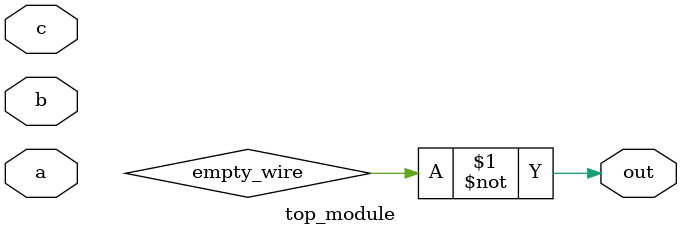
<source format=sv>
module top_module(
	input a, 
	input b,
	input c,
	output out
);
    
    // Define internal wires
    wire empty_wire;
    
    // Implement logic for out port
    assign out = ~empty_wire;
endmodule

</source>
